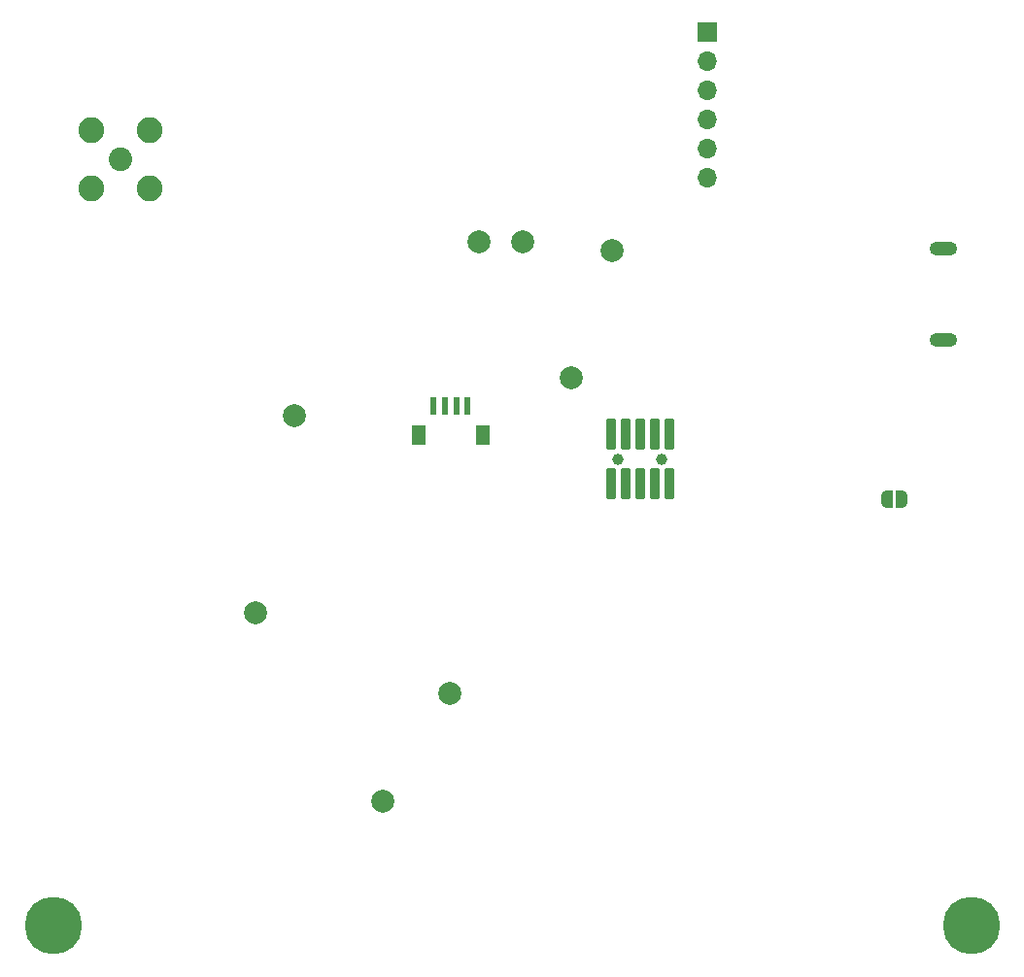
<source format=gbr>
%TF.GenerationSoftware,KiCad,Pcbnew,8.0.2-1*%
%TF.CreationDate,2024-07-17T18:36:44-07:00*%
%TF.ProjectId,FC_V4b,46435f56-3462-42e6-9b69-6361645f7063,rev?*%
%TF.SameCoordinates,Original*%
%TF.FileFunction,Soldermask,Bot*%
%TF.FilePolarity,Negative*%
%FSLAX46Y46*%
G04 Gerber Fmt 4.6, Leading zero omitted, Abs format (unit mm)*
G04 Created by KiCad (PCBNEW 8.0.2-1) date 2024-07-17 18:36:44*
%MOMM*%
%LPD*%
G01*
G04 APERTURE LIST*
G04 Aperture macros list*
%AMRoundRect*
0 Rectangle with rounded corners*
0 $1 Rounding radius*
0 $2 $3 $4 $5 $6 $7 $8 $9 X,Y pos of 4 corners*
0 Add a 4 corners polygon primitive as box body*
4,1,4,$2,$3,$4,$5,$6,$7,$8,$9,$2,$3,0*
0 Add four circle primitives for the rounded corners*
1,1,$1+$1,$2,$3*
1,1,$1+$1,$4,$5*
1,1,$1+$1,$6,$7*
1,1,$1+$1,$8,$9*
0 Add four rect primitives between the rounded corners*
20,1,$1+$1,$2,$3,$4,$5,0*
20,1,$1+$1,$4,$5,$6,$7,0*
20,1,$1+$1,$6,$7,$8,$9,0*
20,1,$1+$1,$8,$9,$2,$3,0*%
%AMFreePoly0*
4,1,19,0.500000,-0.750000,0.000000,-0.750000,0.000000,-0.744911,-0.071157,-0.744911,-0.207708,-0.704816,-0.327430,-0.627875,-0.420627,-0.520320,-0.479746,-0.390866,-0.500000,-0.250000,-0.500000,0.250000,-0.479746,0.390866,-0.420627,0.520320,-0.327430,0.627875,-0.207708,0.704816,-0.071157,0.744911,0.000000,0.744911,0.000000,0.750000,0.500000,0.750000,0.500000,-0.750000,0.500000,-0.750000,
$1*%
%AMFreePoly1*
4,1,19,0.000000,0.744911,0.071157,0.744911,0.207708,0.704816,0.327430,0.627875,0.420627,0.520320,0.479746,0.390866,0.500000,0.250000,0.500000,-0.250000,0.479746,-0.390866,0.420627,-0.520320,0.327430,-0.627875,0.207708,-0.704816,0.071157,-0.744911,0.000000,-0.744911,0.000000,-0.750000,-0.500000,-0.750000,-0.500000,0.750000,0.000000,0.750000,0.000000,0.744911,0.000000,0.744911,
$1*%
G04 Aperture macros list end*
%ADD10C,2.050000*%
%ADD11C,2.250000*%
%ADD12C,2.000000*%
%ADD13C,5.000000*%
%ADD14O,2.416000X1.208000*%
%ADD15R,1.700000X1.700000*%
%ADD16O,1.700000X1.700000*%
%ADD17C,1.000000*%
%ADD18RoundRect,0.050800X0.380000X1.300000X-0.380000X1.300000X-0.380000X-1.300000X0.380000X-1.300000X0*%
%ADD19R,0.600000X1.550000*%
%ADD20R,1.200000X1.800000*%
%ADD21FreePoly0,180.000000*%
%ADD22FreePoly1,180.000000*%
G04 APERTURE END LIST*
D10*
%TO.C,J6*%
X153170000Y-71210000D03*
D11*
X150630000Y-68670000D03*
X150630000Y-73750000D03*
X155710000Y-68670000D03*
X155710000Y-73750000D03*
%TD*%
D12*
%TO.C,TP3*%
X164900000Y-110800000D03*
%TD*%
%TO.C,TP6*%
X168300000Y-93600000D03*
%TD*%
D13*
%TO.C,H2*%
X227300000Y-138000000D03*
%TD*%
D12*
%TO.C,TP5*%
X181900000Y-117800000D03*
%TD*%
D13*
%TO.C,H1*%
X147300000Y-138000000D03*
%TD*%
D12*
%TO.C,TP4*%
X176067500Y-127240000D03*
%TD*%
%TO.C,TP2*%
X192500000Y-90300000D03*
%TD*%
%TO.C,TP8*%
X188200000Y-78400000D03*
%TD*%
%TO.C,TP7*%
X184400000Y-78400000D03*
%TD*%
%TO.C,TP1*%
X196000000Y-79200000D03*
%TD*%
D14*
%TO.C,J8*%
X224920000Y-86970000D03*
X224920000Y-79070000D03*
%TD*%
D15*
%TO.C,J3*%
X204330000Y-60190000D03*
D16*
X204330000Y-62730000D03*
X204330000Y-65270000D03*
X204330000Y-67810000D03*
X204330000Y-70350000D03*
X204330000Y-72890000D03*
%TD*%
D17*
%TO.C,J1*%
X200345000Y-97380000D03*
X196535000Y-97380000D03*
D18*
X200980000Y-99530000D03*
X200980000Y-95230000D03*
X199710000Y-99530000D03*
X199710000Y-95230000D03*
X198440000Y-99530000D03*
X198440000Y-95230000D03*
X197170000Y-99530000D03*
X197170000Y-95230000D03*
X195900000Y-99530000D03*
X195900000Y-95230000D03*
%TD*%
D19*
%TO.C,J12*%
X180440000Y-92747500D03*
X181440000Y-92747500D03*
X182440000Y-92747500D03*
X183440000Y-92747500D03*
D20*
X179140000Y-95272500D03*
X184740000Y-95272500D03*
%TD*%
D21*
%TO.C,JP11*%
X221260000Y-100840000D03*
D22*
X219960000Y-100840000D03*
%TD*%
M02*

</source>
